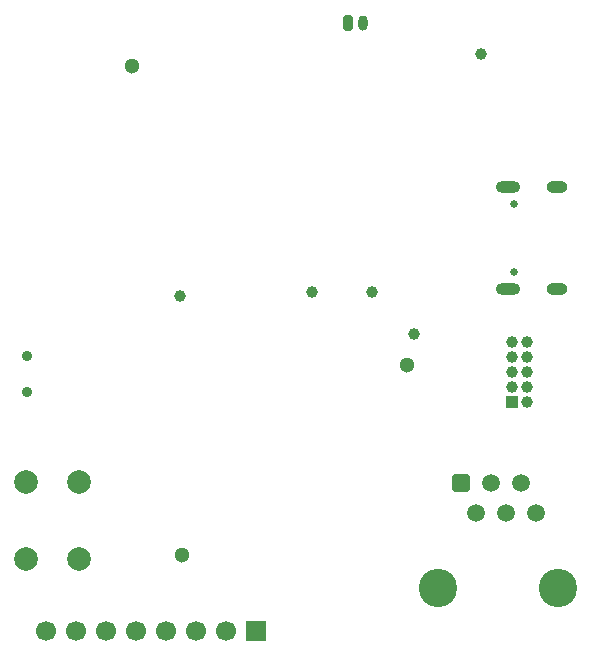
<source format=gbr>
%TF.GenerationSoftware,KiCad,Pcbnew,9.0.1*%
%TF.CreationDate,2025-05-06T23:24:01+02:00*%
%TF.ProjectId,reader,72656164-6572-42e6-9b69-6361645f7063,1.0*%
%TF.SameCoordinates,Original*%
%TF.FileFunction,Soldermask,Bot*%
%TF.FilePolarity,Negative*%
%FSLAX46Y46*%
G04 Gerber Fmt 4.6, Leading zero omitted, Abs format (unit mm)*
G04 Created by KiCad (PCBNEW 9.0.1) date 2025-05-06 23:24:01*
%MOMM*%
%LPD*%
G01*
G04 APERTURE LIST*
G04 Aperture macros list*
%AMRoundRect*
0 Rectangle with rounded corners*
0 $1 Rounding radius*
0 $2 $3 $4 $5 $6 $7 $8 $9 X,Y pos of 4 corners*
0 Add a 4 corners polygon primitive as box body*
4,1,4,$2,$3,$4,$5,$6,$7,$8,$9,$2,$3,0*
0 Add four circle primitives for the rounded corners*
1,1,$1+$1,$2,$3*
1,1,$1+$1,$4,$5*
1,1,$1+$1,$6,$7*
1,1,$1+$1,$8,$9*
0 Add four rect primitives between the rounded corners*
20,1,$1+$1,$2,$3,$4,$5,0*
20,1,$1+$1,$4,$5,$6,$7,0*
20,1,$1+$1,$6,$7,$8,$9,0*
20,1,$1+$1,$8,$9,$2,$3,0*%
G04 Aperture macros list end*
%ADD10RoundRect,0.200000X-0.200000X-0.450000X0.200000X-0.450000X0.200000X0.450000X-0.200000X0.450000X0*%
%ADD11O,0.800000X1.300000*%
%ADD12C,0.650000*%
%ADD13O,2.100000X1.000000*%
%ADD14O,1.800000X1.000000*%
%ADD15C,1.300000*%
%ADD16C,0.900000*%
%ADD17C,2.000000*%
%ADD18C,1.000000*%
%ADD19R,1.000000X1.000000*%
%ADD20R,1.700000X1.700000*%
%ADD21C,1.700000*%
%ADD22C,3.250000*%
%ADD23RoundRect,0.250000X-0.510000X-0.510000X0.510000X-0.510000X0.510000X0.510000X-0.510000X0.510000X0*%
%ADD24C,1.520000*%
G04 APERTURE END LIST*
D10*
%TO.C,SP_Conn1*%
X162200000Y-30300000D03*
D11*
X163450000Y-30300000D03*
%TD*%
D12*
%TO.C,USB-C1*%
X176225000Y-51380000D03*
X176225000Y-45600000D03*
D13*
X175725000Y-52810000D03*
D14*
X179905000Y-52810000D03*
D13*
X175725000Y-44170000D03*
D14*
X179905000Y-44170000D03*
%TD*%
D15*
%TO.C,H2*%
X167170000Y-59230000D03*
%TD*%
D16*
%TO.C,BOOT1*%
X135000000Y-58500000D03*
X135000000Y-61500000D03*
%TD*%
D17*
%TO.C,RESET1*%
X139400000Y-69200000D03*
X139400000Y-75700000D03*
X134900000Y-69200000D03*
X134900000Y-75700000D03*
%TD*%
D15*
%TO.C,H3*%
X148100000Y-75300000D03*
%TD*%
D18*
%TO.C,TP1*%
X159150000Y-53030000D03*
%TD*%
%TO.C,TP3*%
X173430000Y-32910000D03*
%TD*%
D15*
%TO.C,H1*%
X143900153Y-33950000D03*
%TD*%
D19*
%TO.C,SWD1*%
X176070000Y-62410000D03*
D18*
X177340000Y-62410000D03*
X176070000Y-61140000D03*
X177340000Y-61140000D03*
X176070000Y-59870000D03*
X177340000Y-59870000D03*
X176070000Y-58600000D03*
X177340000Y-58600000D03*
X176070000Y-57330000D03*
X177340000Y-57330000D03*
%TD*%
D20*
%TO.C,RC522*%
X154370000Y-81800000D03*
D21*
X151830000Y-81800000D03*
X149290000Y-81800000D03*
X146750000Y-81800000D03*
X144210000Y-81800000D03*
X141670000Y-81800000D03*
X139130000Y-81800000D03*
X136590000Y-81800000D03*
%TD*%
D18*
%TO.C,TP5*%
X147950000Y-53450000D03*
%TD*%
%TO.C,TP4*%
X164210000Y-53050000D03*
%TD*%
%TO.C,TP2*%
X167750000Y-56600000D03*
%TD*%
D22*
%TO.C,RJ12*%
X169820000Y-78120000D03*
X179980000Y-78120000D03*
D23*
X171720000Y-69230000D03*
D24*
X172990000Y-71770000D03*
X174260000Y-69230000D03*
X175530000Y-71770000D03*
X176800000Y-69230000D03*
X178070000Y-71770000D03*
%TD*%
M02*

</source>
